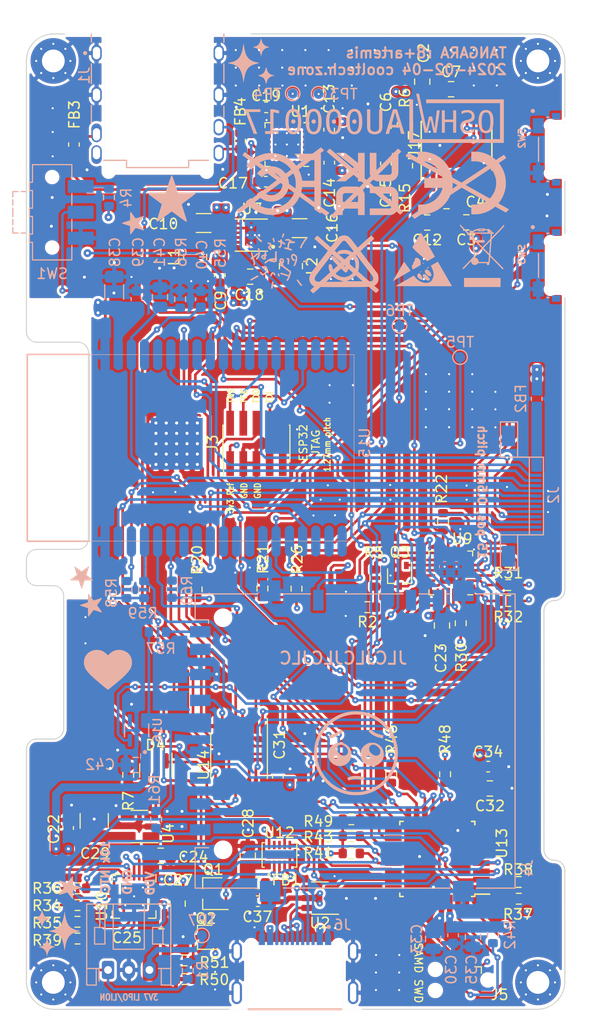
<source format=kicad_pcb>
(kicad_pcb (version 20221018) (generator pcbnew)

  (general
    (thickness 1.566672)
  )

  (paper "A4")
  (title_block
    (comment 4 "AISLER Project ID: ATEUINQR")
  )

  (layers
    (0 "F.Cu" signal)
    (1 "In1.Cu" signal)
    (2 "In2.Cu" signal)
    (31 "B.Cu" signal)
    (32 "B.Adhes" user "B.Adhesive")
    (33 "F.Adhes" user "F.Adhesive")
    (34 "B.Paste" user)
    (35 "F.Paste" user)
    (36 "B.SilkS" user "B.Silkscreen")
    (37 "F.SilkS" user "F.Silkscreen")
    (38 "B.Mask" user)
    (39 "F.Mask" user)
    (40 "Dwgs.User" user "User.Drawings")
    (41 "Cmts.User" user "User.Comments")
    (42 "Eco1.User" user "User.Eco1")
    (43 "Eco2.User" user "User.Eco2")
    (44 "Edge.Cuts" user)
    (45 "Margin" user)
    (46 "B.CrtYd" user "B.Courtyard")
    (47 "F.CrtYd" user "F.Courtyard")
    (48 "B.Fab" user)
    (49 "F.Fab" user)
    (50 "User.1" user)
    (51 "User.2" user)
    (52 "User.3" user)
    (53 "User.4" user)
    (54 "User.5" user)
    (55 "User.6" user)
    (56 "User.7" user)
    (57 "User.8" user)
    (58 "User.9" user)
  )

  (setup
    (stackup
      (layer "F.SilkS" (type "Top Silk Screen") (color "White"))
      (layer "F.Paste" (type "Top Solder Paste"))
      (layer "F.Mask" (type "Top Solder Mask") (color "Purple") (thickness 0.0254))
      (layer "F.Cu" (type "copper") (thickness 0.04318))
      (layer "dielectric 1" (type "prepreg") (thickness 0.202184) (material "FR408-HR") (epsilon_r 3.69) (loss_tangent 0.0091))
      (layer "In1.Cu" (type "copper") (thickness 0.017272))
      (layer "dielectric 2" (type "core") (thickness 0.9906) (material "FR408-HR") (epsilon_r 3.69) (loss_tangent 0.0091))
      (layer "In2.Cu" (type "copper") (thickness 0.017272))
      (layer "dielectric 3" (type "prepreg") (thickness 0.202184) (material "FR408-HR") (epsilon_r 3.69) (loss_tangent 0.0091))
      (layer "B.Cu" (type "copper") (thickness 0.04318))
      (layer "B.Mask" (type "Bottom Solder Mask") (color "Purple") (thickness 0.0254))
      (layer "B.Paste" (type "Bottom Solder Paste"))
      (layer "B.SilkS" (type "Bottom Silk Screen") (color "White"))
      (copper_finish "None")
      (dielectric_constraints no)
    )
    (pad_to_mask_clearance 0)
    (aux_axis_origin 117.25 51)
    (pcbplotparams
      (layerselection 0x00010fc_ffffffff)
      (plot_on_all_layers_selection 0x0000000_00000000)
      (disableapertmacros false)
      (usegerberextensions true)
      (usegerberattributes true)
      (usegerberadvancedattributes true)
      (creategerberjobfile true)
      (dashed_line_dash_ratio 12.000000)
      (dashed_line_gap_ratio 3.000000)
      (svgprecision 6)
      (plotframeref false)
      (viasonmask false)
      (mode 1)
      (useauxorigin false)
      (hpglpennumber 1)
      (hpglpenspeed 20)
      (hpglpendiameter 15.000000)
      (dxfpolygonmode true)
      (dxfimperialunits true)
      (dxfusepcbnewfont true)
      (psnegative false)
      (psa4output false)
      (plotreference true)
      (plotvalue true)
      (plotinvisibletext false)
      (sketchpadsonfab false)
      (subtractmaskfromsilk false)
      (outputformat 1)
      (mirror false)
      (drillshape 0)
      (scaleselection 1)
      (outputdirectory "gerbers2")
    )
  )

  (net 0 "")
  (net 1 "GND")
  (net 2 "/ESP_EN")
  (net 3 "BAT_LEVEL")
  (net 4 "SYS_POWER")
  (net 5 "USB.DP")
  (net 6 "USB.DN")
  (net 7 "3.5mm_DETECT")
  (net 8 "/JTAG.TMS")
  (net 9 "/JTAG.TCK")
  (net 10 "/JTAG.TDO")
  (net 11 "/JTAG.TDI")
  (net 12 "/SWD.SWDIO")
  (net 13 "/SWD.SWCLK")
  (net 14 "/SWD.RESET")
  (net 15 "/Power/NTC")
  (net 16 "~{CHG_PWR_OK}")
  (net 17 "I2C.SCL")
  (net 18 "VBUS")
  (net 19 "I2C.SDA")
  (net 20 "ESP_SPI.PICO")
  (net 21 "unconnected-(U9-IO0_5-Pad6)")
  (net 22 "ESP_SPI.SCLK")
  (net 23 "ESP_SPI.DISPLAY_CS")
  (net 24 "DISPLAY_LED_EN")
  (net 25 "/ESP_BOOT")
  (net 26 "~{SD_VDD_EN}")
  (net 27 "/UART.ESP.TX")
  (net 28 "ESP_SPI.POCI")
  (net 29 "DAC.DATA")
  (net 30 "DAC.BCK")
  (net 31 "ESP_SPI.SD_CS")
  (net 32 "DAC.LRCK")
  (net 33 "SAMD_SPI.POCI")
  (net 34 "/UART.ESP.RX")
  (net 35 "SAMD_SPI.CS")
  (net 36 "SAMD_SPI.PICO")
  (net 37 "/~{SAMD_INT}")
  (net 38 "SAMD_SPI.SCLK")
  (net 39 "CHG_SEL")
  (net 40 "AMP_EN")
  (net 41 "/Power/VBUS_SWITCHED")
  (net 42 "~{GPIO_INT}")
  (net 43 "USB_TCC0")
  (net 44 "USB_TCC1")
  (net 45 "KEY_LOCK")
  (net 46 "CHG_STAT1")
  (net 47 "CHG_STAT2")
  (net 48 "~{TOUCH_INT}")
  (net 49 "DISPLAY_DR")
  (net 50 "+3V3")
  (net 51 "+5VA")
  (net 52 "-5VA")
  (net 53 "KEY_VOL_UP")
  (net 54 "Net-(J7-Pin_3)")
  (net 55 "Net-(U1B-+)")
  (net 56 "KEY_VOL_DOWN")
  (net 57 "Net-(J4-CD{slash}DAT3)")
  (net 58 "Net-(J4-CMD)")
  (net 59 "Net-(J4-CLK)")
  (net 60 "Net-(J4-DAT0)")
  (net 61 "Net-(J4-DAT1)")
  (net 62 "Net-(J4-DAT2)")
  (net 63 "unconnected-(J1-Pad6)")
  (net 64 "Net-(J6-CC1)")
  (net 65 "Net-(U13-VDDCORE)")
  (net 66 "unconnected-(J3-UART_TX-Pad7)")
  (net 67 "unconnected-(J3-UART_RX-Pad9)")
  (net 68 "unconnected-(J3-nRst-Pad10)")
  (net 69 "unconnected-(J6-SBU1-PadA8)")
  (net 70 "unconnected-(J6-SBU2-PadB8)")
  (net 71 "Net-(U7-SWN)")
  (net 72 "Net-(U7-SWP)")
  (net 73 "Net-(Q1-G)")
  (net 74 "Net-(U1A-+)")
  (net 75 "Net-(U1A--)")
  (net 76 "Net-(C17-Pad2)")
  (net 77 "Net-(U1B--)")
  (net 78 "Net-(C19-Pad2)")
  (net 79 "Net-(U14E-~{OE})")
  (net 80 "Net-(U14E-S)")
  (net 81 "SYS_PWR_EN_SAMD")
  (net 82 "Net-(U10-CE)")
  (net 83 "Net-(U10-PROG3)")
  (net 84 "Net-(U10-PROG2)")
  (net 85 "Net-(U10-PROG1)")
  (net 86 "unconnected-(U1C-NC-Pad4)")
  (net 87 "unconnected-(U1-Pad6)")
  (net 88 "unconnected-(U1-Pad7)")
  (net 89 "unconnected-(U1-Pad8)")
  (net 90 "unconnected-(U1C-NC-Pad15)")
  (net 91 "unconnected-(U12-ORIENT-Pad8)")
  (net 92 "unconnected-(U12-SWMONI-Pad9)")
  (net 93 "unconnected-(U15-I39{slash}NOINT-Pad5)")
  (net 94 "unconnected-(U15-SHD{slash}SD2-Pad17)")
  (net 95 "unconnected-(U15-SWP{slash}SD3-Pad18)")
  (net 96 "unconnected-(U15-SCS{slash}CMD-Pad19)")
  (net 97 "unconnected-(U15-SCK{slash}CLK-Pad20)")
  (net 98 "unconnected-(U15-SDO{slash}SD0-Pad21)")
  (net 99 "unconnected-(U15-SDI{slash}SD1-Pad22)")
  (net 100 "unconnected-(U15-IO16-Pad27)")
  (net 101 "unconnected-(U15-IO17-Pad28)")
  (net 102 "unconnected-(U15-NC-Pad32)")
  (net 103 "Net-(J2-Pin_13)")
  (net 104 "Net-(FB3-Pad2)")
  (net 105 "Net-(FB4-Pad2)")
  (net 106 "Net-(J4-VDD)")
  (net 107 "unconnected-(U16-NC-Pad4)")
  (net 108 "Net-(SW1-C)")
  (net 109 "Net-(Q1-S)")
  (net 110 "DAC.MCK")
  (net 111 "SD_CD")
  (net 112 "Net-(U17-CPCA)")
  (net 113 "Net-(U17-CPCB)")
  (net 114 "unconnected-(U1-Pad1)")
  (net 115 "Net-(U17-VMID)")
  (net 116 "Net-(U17-CPVOUTN)")
  (net 117 "unconnected-(U1-Pad23)")
  (net 118 "Net-(U17-LINEVOUTL)")
  (net 119 "Net-(U17-LINEVOUTR)")
  (net 120 "unconnected-(U1-Pad24)")
  (net 121 "unconnected-(U17-ZFLAG-Pad7)")
  (net 122 "unconnected-(U9-IO0_6-Pad7)")
  (net 123 "Net-(Q3-G)")
  (net 124 "unconnected-(U9-IO1_5-Pad15)")
  (net 125 "unconnected-(U9-IO1_6-Pad16)")
  (net 126 "unconnected-(U9-IO1_7-Pad17)")
  (net 127 "Net-(U4-EN)")
  (net 128 "unconnected-(U4-NC-Pad4)")
  (net 129 "unconnected-(U13-PA06-Pad7)")
  (net 130 "unconnected-(U13-PA27-Pad25)")
  (net 131 "unconnected-(U13-PA28-Pad27)")
  (net 132 "Net-(Q2-D)")
  (net 133 "Net-(J6-CC2)")
  (net 134 "unconnected-(U13-PA07-Pad8)")
  (net 135 "unconnected-(U9-IO1_3-Pad13)")
  (net 136 "Net-(J6-DP-PadA6)")
  (net 137 "Net-(J6-DN-PadA7)")
  (net 138 "AMP_MUTE")
  (net 139 "unconnected-(J5-SWO-Pad6)")

  (footprint "Package_TO_SOT_SMD:TSOT-23" (layer "F.Cu") (at 135.476849 134.455179 180))

  (footprint "Package_TO_SOT_SMD:SOT-23-5" (layer "F.Cu") (at 128.415497 127.954481 180))

  (footprint "footprints:MountingHole_2.2mm_M2_Pad_Via2" (layer "F.Cu") (at 166.9 143))

  (footprint "Inductor_SMD:L_1008_2520Metric" (layer "F.Cu") (at 133.801417 72.973879 90))

  (footprint "Capacitor_SMD:C_0805_2012Metric" (layer "F.Cu") (at 130.473198 130.774567))

  (footprint "Resistor_SMD:R_0603_1608Metric" (layer "F.Cu") (at 122.434189 137.149989 180))

  (footprint "Resistor_SMD:R_0603_1608Metric" (layer "F.Cu") (at 151.198456 103.968297 -90))

  (footprint "footprints:QFN-20-1EP_4x4mm_P0.5mm_EP2.5x2.5mm_ThermalVias2" (layer "F.Cu") (at 127.902083 134.695156 -90))

  (footprint "Capacitor_SMD:C_0805_2012Metric" (layer "F.Cu") (at 130.529632 138.571066))

  (footprint "Capacitor_SMD:C_0603_1608Metric" (layer "F.Cu") (at 152.216943 60.416276 -90))

  (footprint "Package_DFN_QFN:HVQFN-24-1EP_4x4mm_P0.5mm_EP2.1x2.1mm" (layer "F.Cu") (at 158.484595 103.47166 180))

  (footprint "Package_TO_SOT_SMD:SOT-23" (layer "F.Cu") (at 130.000805 122.549717 -90))

  (footprint "Resistor_SMD:R_0603_1608Metric" (layer "F.Cu") (at 148.873745 127.25515))

  (footprint "Capacitor_SMD:C_0603_1608Metric" (layer "F.Cu") (at 136.172745 74.724126 -90))

  (footprint "Resistor_SMD:R_0603_1608Metric" (layer "F.Cu") (at 165.049071 134.922126 180))

  (footprint "Resistor_SMD:R_0603_1608Metric" (layer "F.Cu") (at 159.445045 108.327463 90))

  (footprint "Capacitor_SMD:C_0603_1608Metric" (layer "F.Cu") (at 121.530086 128.089529 90))

  (footprint "Package_TO_SOT_SMD:SOT-323_SC-70" (layer "F.Cu") (at 153.539681 103.751753 -90))

  (footprint "Capacitor_SMD:C_0603_1608Metric" (layer "F.Cu") (at 146.738191 60.685697 -90))

  (footprint "Resistor_SMD:R_0603_1608Metric" (layer "F.Cu") (at 165.050103 133.305697 180))

  (footprint "Capacitor_SMD:C_0603_1608Metric" (layer "F.Cu") (at 152.216095 63.952058 90))

  (footprint "footprints:BD91N01NUX-E2" (layer "F.Cu") (at 141.938445 130.694772 90))

  (footprint "Connector:Tag-Connect_TC2030-IDC-NL_2x03_P1.27mm_Vertical" (layer "F.Cu") (at 159.53 142.765 180))

  (footprint "Capacitor_SMD:C_0805_2012Metric" (layer "F.Cu") (at 159.982062 69.634671 180))

  (footprint "Resistor_SMD:R_0603_1608Metric" (layer "F.Cu") (at 122.434189 138.766966 180))

  (footprint "Inductor_SMD:L_0603_1608Metric" (layer "F.Cu") (at 139.793489 133.408759 180))

  (footprint "Resistor_SMD:R_0603_1608Metric" (layer "F.Cu") (at 148.873745 130.546956))

  (footprint "Resistor_SMD:R_0805_2012Metric" (layer "F.Cu") (at 154.05507 60.232017 -90))

  (footprint "Capacitor_SMD:C_0603_1608Metric" (layer "F.Cu") (at 140.620589 65.704592 180))

  (footprint "Capacitor_SMD:C_0805_2012Metric" (layer "F.Cu") (at 132.103885 135.401996 -90))

  (footprint "Capacitor_SMD:C_0603_1608Metric" (layer "F.Cu") (at 139.845147 135.157118 180))

  (footprint "Resistor_SMD:R_0603_1608Metric" (layer "F.Cu") (at 157.736387 98.523188 90))

  (footprint "Capacitor_SMD:C_0805_2012Metric" (layer "F.Cu") (at 139.111897 74.874786))

  (footprint "Resistor_SMD:R_0603_1608Metric" (layer "F.Cu") (at 122.439406 135.533013))

  (footprint "Resistor_SMD:R_0603_1608Metric" (layer "F.Cu") (at 132.78644 140.877326))

  (footprint "Inductor_SMD:L_1008_2520Metric" (layer "F.Cu") (at 143.044904 73.86026 -90))

  (footprint "Capacitor_SMD:C_0805_2012Metric" (layer "F.Cu") (at 156.207041 69.648592 180))

  (footprint "Capacitor_SMD:C_0805_2012Metric" (layer "F.Cu") (at 158.07357 67.582319 180))

  (footprint "Package_SO:TSSOP-16_4.4x5mm_P0.65mm" (layer "F.Cu") (at 138.037154 121.127252 -90))

  (footprint "Capacitor_SMD:C_0805_2012Metric" (layer "F.Cu") (at 158.513691 56.778764))

  (footprint "Inductor_SMD:L_0603_1608Metric" (layer "F.Cu") (at 138.136435 61.76766 -90))

  (footprint "Resistor_SMD:R_0603_1608Metric" (layer "F.Cu") (at 133.941895 105.064074 90))

  (footprint "NetTie:NetTie-2_SMD_Pad0.5mm" (layer "F.Cu") (at 146.902022 104.10454 -90))

  (footprint "Resistor_SMD:R_0603_1608Metric" (layer "F.Cu") (at 143.585559 104.993281 90))

  (footprint "Resistor_SMD:R_0603_1608Metric" (layer "F.Cu") (at 140.296114 104.976392 90))

  (footprint "Package_TO_SOT_SMD:SOT-23-6" (layer "F.Cu")
    (tstamp 98c16f2b-77bb-43d5-908d-2856eeb3b2ec)
    (at 145.845749 134.861076 180)
    (descr "SOT, 6 Pin (https://www.jedec.org/sites/default/files/docs/Mo-178c.PDF variant AB), generated with kicad-footprint-generator ipc_gullwing_generator.py")
    (tags "SOT TO_SOT_SMD")
    (property "MPN" "USBLC6-2SC6")
    (property "Sheetfile" "power.kicad_sch")
    (property "Sheetname" "Power")
    (property "ki_description" "Very low capacitance ESD protection diode, 2 data-line, SOT-23-6")
    (property "ki_keywords" "usb ethernet video")
    (path "/3e1bbe1f-2b0b-4dc2-a25f-c37315228fda/0c593d95-d021-4454-ae4f-36918ae6b686")
    (attr smd)
    (fp_text reference "U2" (at 0 -2.4) (layer "F.SilkS")
        (effects (font (size 1 1) (thickness 0.15)))
      (tstamp fb3c9ba8-d984-4e3f-828c-351ed15296b5)
    )
    (fp_text value "USBLC6-2SC6" (at 0 2.4) (layer "F.Fab")
        (effects (font (size 1 1) (thickness 0.15)))
      (tstamp ace24739-ef5d-4768-b649-b0a285b6e1c5)
    )
    (fp_text user "${REFERENCE}" (at 0 0) (layer "F.Fab")
        (effects (font (size 0.4 0.4) (thickness 0.06)))
      (tstamp c3d98806-46e3-44f7-8a65-1b6f4b58dcd1)
    )
    (fp_line (start 0 -1.56) (end -1.8 -1.56)
      (stroke (width 0.12) (type solid)) (layer "F.SilkS") (tstamp eaf5eda0-6e83-4661-bd3b-f0f26059735b))
    (fp_line (start 0 -1.56) (end 0.8 -1.56)
      (stroke (width 0.12) (type solid)) (layer "F.SilkS") (tstamp 2cc74184-c9db-49d2-9c5a-51879f6693e2))
    (fp_line (start 0 1.56) (end -0.8 1.56)
      (stroke (width 0.12) (type solid)) (layer "F.SilkS") (tstamp 7066af6d-7552-4607-8b96-727e3cbc8f62))
    (fp_line (start 0 1.56) (end 0.8 1.56)
      (stroke (width 0.12) (type solid)) (layer "F.SilkS") (tstamp 4f6d4b74-dc71-4cf0-9d48-f1e62976961f))
    (fp_line (start -2.05 -1.7) (end -2.05 1.7)
      (stroke (width 0.05) (type solid)) (layer "F.CrtYd") (tstamp 23ef1045-b9eb-42ab-8c01-f4e3e8347144))
    (fp_line (start -2.05 1.7) (end 2.05 1.7)
      (stroke (width 0.05) (type solid)) (layer "F.CrtYd") (tstamp ddb598d8-a83e-4371-a7a3-496ee11a672e))
    (fp_line (start 2.05 -1.7) (end -2.05 -1.7)
      (stroke (width 0.05) (type solid)) (layer "F.CrtYd") (tstamp ecfe948c-e1d1-4321-8338-610759f29c91))
    (fp_line (start 2.05 1.7) (end 2.05 -1.7)
      (stroke (width 0.05) (type solid)) (layer "F.CrtYd") (tstamp fa7c5f7c-ab2b-4d50-9b23-deddaa58df6c))
    (fp_line (start -0.8 -1.05) (end -0.4 -1.45)
      (stroke (width 0.1) (type solid)) (layer "F.Fab") (tstamp 1a85b34f-7026-42d6-8c62-11e8d01987e0))
    (fp_line (start -0.8 1.45) (end -0.8 -1.05)
      (stroke (width 0.1) (type solid)) (layer "F.Fab") (tstamp a5dfe8e8-3c99-4f6e-99c7-f6f171d256e3))
    (fp_line (start -0.4 -1.45) (end 0.8 -1.45)
      (stroke (width 0.1) (type solid)) (layer "F.
... [2859473 chars truncated]
</source>
